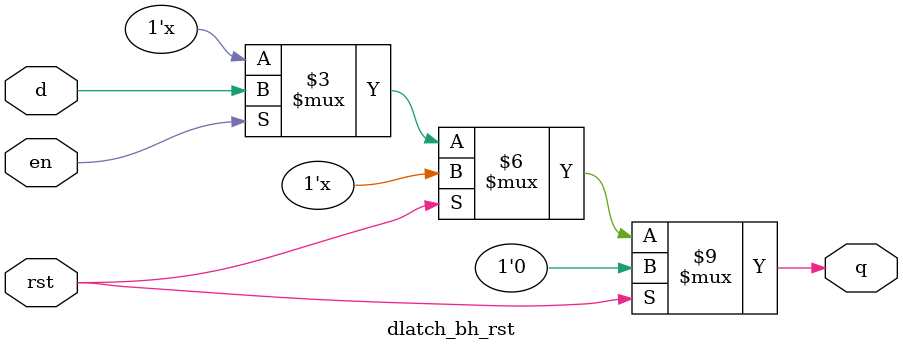
<source format=v>
`timescale 1ns / 1ps


module dlatch_bh_rst(
    input en,d,rst,
    output reg q
    );
    always@(en,d,rst)
    if(rst)
        q=1'b0;
    else if(en) q=d;
endmodule

</source>
